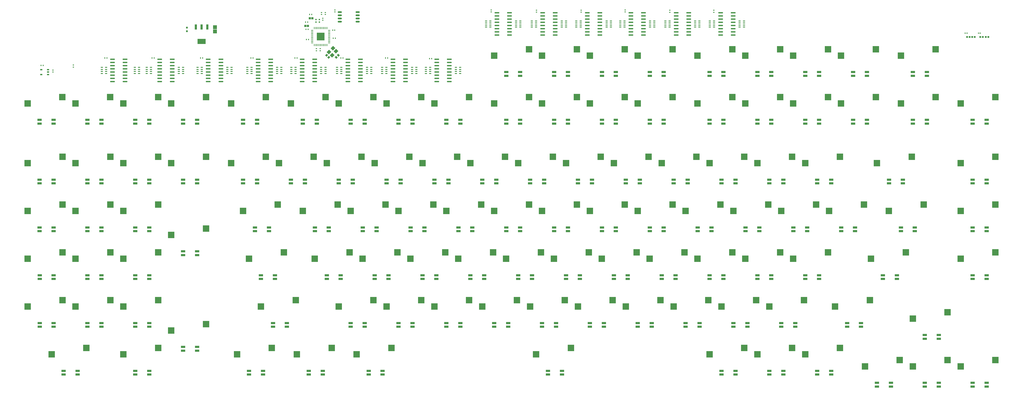
<source format=gbp>
G04*
G04 #@! TF.GenerationSoftware,Altium Limited,Altium Designer,23.5.1 (21)*
G04*
G04 Layer_Color=128*
%FSLAX25Y25*%
%MOIN*%
G70*
G04*
G04 #@! TF.SameCoordinates,508BA793-0958-4452-B0AF-20FDD5A17331*
G04*
G04*
G04 #@! TF.FilePolarity,Positive*
G04*
G01*
G75*
%ADD15R,0.01575X0.01968*%
%ADD45R,0.10039X0.09843*%
%ADD46R,0.10039X0.09843*%
%ADD47R,0.07087X0.03228*%
%ADD48O,0.00787X0.03543*%
G04:AMPARAMS|DCode=49|XSize=74.98mil|YSize=22.36mil|CornerRadius=11.18mil|HoleSize=0mil|Usage=FLASHONLY|Rotation=180.000|XOffset=0mil|YOffset=0mil|HoleType=Round|Shape=RoundedRectangle|*
%AMROUNDEDRECTD49*
21,1,0.07498,0.00000,0,0,180.0*
21,1,0.05262,0.02236,0,0,180.0*
1,1,0.02236,-0.02631,0.00000*
1,1,0.02236,0.02631,0.00000*
1,1,0.02236,0.02631,0.00000*
1,1,0.02236,-0.02631,0.00000*
%
%ADD49ROUNDEDRECTD49*%
%ADD50R,0.07498X0.02236*%
%ADD51R,0.02362X0.01968*%
%ADD52R,0.01968X0.01575*%
%ADD53R,0.03260X0.03174*%
%ADD54R,0.02182X0.01822*%
%ADD55R,0.02559X0.02559*%
%ADD56R,0.03543X0.01673*%
%ADD57R,0.12795X0.08465*%
%ADD58R,0.03740X0.08465*%
%ADD59R,0.06127X0.06213*%
G04:AMPARAMS|DCode=60|XSize=29.92mil|YSize=26mil|CornerRadius=3.25mil|HoleSize=0mil|Usage=FLASHONLY|Rotation=180.000|XOffset=0mil|YOffset=0mil|HoleType=Round|Shape=RoundedRectangle|*
%AMROUNDEDRECTD60*
21,1,0.02992,0.01950,0,0,180.0*
21,1,0.02342,0.02600,0,0,180.0*
1,1,0.00650,-0.01171,0.00975*
1,1,0.00650,0.01171,0.00975*
1,1,0.00650,0.01171,-0.00975*
1,1,0.00650,-0.01171,-0.00975*
%
%ADD60ROUNDEDRECTD60*%
G04:AMPARAMS|DCode=61|XSize=33.47mil|YSize=29.53mil|CornerRadius=0mil|HoleSize=0mil|Usage=FLASHONLY|Rotation=315.000|XOffset=0mil|YOffset=0mil|HoleType=Round|Shape=Rectangle|*
%AMROTATEDRECTD61*
4,1,4,-0.02227,0.00139,-0.00139,0.02227,0.02227,-0.00139,0.00139,-0.02227,-0.02227,0.00139,0.0*
%
%ADD61ROTATEDRECTD61*%

%ADD62O,0.06693X0.02362*%
%ADD63R,0.12205X0.12205*%
%ADD64O,0.03543X0.00787*%
G04:AMPARAMS|DCode=65|XSize=55.12mil|YSize=47.24mil|CornerRadius=0mil|HoleSize=0mil|Usage=FLASHONLY|Rotation=225.000|XOffset=0mil|YOffset=0mil|HoleType=Round|Shape=Rectangle|*
%AMROTATEDRECTD65*
4,1,4,0.00278,0.03619,0.03619,0.00278,-0.00278,-0.03619,-0.03619,-0.00278,0.00278,0.03619,0.0*
%
%ADD65ROTATEDRECTD65*%

G04:AMPARAMS|DCode=66|XSize=33.47mil|YSize=29.53mil|CornerRadius=0mil|HoleSize=0mil|Usage=FLASHONLY|Rotation=45.000|XOffset=0mil|YOffset=0mil|HoleType=Round|Shape=Rectangle|*
%AMROTATEDRECTD66*
4,1,4,-0.00139,-0.02227,-0.02227,-0.00139,0.00139,0.02227,0.02227,0.00139,-0.00139,-0.02227,0.0*
%
%ADD66ROTATEDRECTD66*%

%ADD67R,0.03740X0.02362*%
D15*
X376425Y550000D02*
D03*
X379575D02*
D03*
X465244Y606294D02*
D03*
X462094D02*
D03*
X504701Y593902D02*
D03*
X507850D02*
D03*
X508575Y581000D02*
D03*
X505425D02*
D03*
X465911Y595238D02*
D03*
X462761D02*
D03*
X466575Y579000D02*
D03*
X463425D02*
D03*
X471669Y618294D02*
D03*
X468520D02*
D03*
X300575Y550000D02*
D03*
X297425D02*
D03*
X47403Y538523D02*
D03*
X50552D02*
D03*
X659575Y549000D02*
D03*
X656425D02*
D03*
X590575Y550000D02*
D03*
X587425D02*
D03*
X520575Y550000D02*
D03*
X517425D02*
D03*
X448575Y550000D02*
D03*
X445425D02*
D03*
X224575D02*
D03*
X221425D02*
D03*
X150575D02*
D03*
X147425D02*
D03*
D45*
X345236Y385000D02*
D03*
X457736Y310000D02*
D03*
X63986Y85000D02*
D03*
X757736Y310000D02*
D03*
X1488986Y478750D02*
D03*
Y385000D02*
D03*
Y310000D02*
D03*
Y235000D02*
D03*
Y66250D02*
D03*
X1413986D02*
D03*
X1338986D02*
D03*
X1413986Y141250D02*
D03*
X1357736Y385000D02*
D03*
X1348361Y235000D02*
D03*
X1292111Y160000D02*
D03*
X1376486Y310000D02*
D03*
X1245236Y85000D02*
D03*
X823361D02*
D03*
X1095236D02*
D03*
X1170236D02*
D03*
X1226486Y478750D02*
D03*
X1395236D02*
D03*
Y553750D02*
D03*
X1301486Y478750D02*
D03*
X1076486Y553750D02*
D03*
X1301486D02*
D03*
X1226486D02*
D03*
X1151486D02*
D03*
X1038986Y160000D02*
D03*
X963986D02*
D03*
X1188986D02*
D03*
X1113986D02*
D03*
X1151486Y478750D02*
D03*
X1076486D02*
D03*
X888986Y160000D02*
D03*
X982736Y553750D02*
D03*
Y310000D02*
D03*
X1076486Y235000D02*
D03*
X1151486D02*
D03*
X907736Y310000D02*
D03*
X851486Y235000D02*
D03*
X926486D02*
D03*
X1001486D02*
D03*
X1226486D02*
D03*
X757736Y553750D02*
D03*
X907736D02*
D03*
X1057736Y310000D02*
D03*
X832736Y553750D02*
D03*
X1245236Y385000D02*
D03*
X1132736Y310000D02*
D03*
X1207736D02*
D03*
X1282736D02*
D03*
X945236Y385000D02*
D03*
X1095236D02*
D03*
X1170236D02*
D03*
X1020236D02*
D03*
X982736Y478750D02*
D03*
X757736D02*
D03*
X907736D02*
D03*
X832736D02*
D03*
X663986D02*
D03*
X513986D02*
D03*
X588986D02*
D03*
X438986D02*
D03*
X645236Y385000D02*
D03*
X720236D02*
D03*
X795236D02*
D03*
X870236D02*
D03*
X607736Y310000D02*
D03*
X532736D02*
D03*
X682736D02*
D03*
X420236Y385000D02*
D03*
X495236D02*
D03*
X832736Y310000D02*
D03*
X570236Y385000D02*
D03*
X738986Y160000D02*
D03*
X663986D02*
D03*
X588986D02*
D03*
X813986D02*
D03*
X626486Y235000D02*
D03*
X776486D02*
D03*
X701486D02*
D03*
X551486D02*
D03*
X542111Y85000D02*
D03*
X513986Y160000D02*
D03*
X373361Y235000D02*
D03*
X345236Y478750D02*
D03*
X476486Y235000D02*
D03*
X363986Y310000D02*
D03*
X251486Y385000D02*
D03*
X176486Y85000D02*
D03*
X251486Y478750D02*
D03*
X392111Y160000D02*
D03*
X251486Y122500D02*
D03*
X354611Y85000D02*
D03*
X448361D02*
D03*
X26486Y235000D02*
D03*
X101486D02*
D03*
X176486D02*
D03*
Y310000D02*
D03*
Y160000D02*
D03*
X26486D02*
D03*
X101486D02*
D03*
X251486Y272500D02*
D03*
X101236Y478750D02*
D03*
X26486Y310000D02*
D03*
X101486D02*
D03*
X26236Y478750D02*
D03*
X176486Y385000D02*
D03*
X26486D02*
D03*
X101486D02*
D03*
X176486Y478750D02*
D03*
D46*
X399764Y395000D02*
D03*
X512264Y320000D02*
D03*
X118514Y95000D02*
D03*
X812264Y320000D02*
D03*
X1543514Y488750D02*
D03*
Y395000D02*
D03*
Y320000D02*
D03*
Y245000D02*
D03*
Y76250D02*
D03*
X1468514D02*
D03*
X1393514D02*
D03*
X1468514Y151250D02*
D03*
X1412264Y395000D02*
D03*
X1402889Y245000D02*
D03*
X1346639Y170000D02*
D03*
X1431014Y320000D02*
D03*
X1299764Y95000D02*
D03*
X877889D02*
D03*
X1149764D02*
D03*
X1224764D02*
D03*
X1281014Y488750D02*
D03*
X1449764D02*
D03*
Y563750D02*
D03*
X1356014Y488750D02*
D03*
X1131014Y563750D02*
D03*
X1356014D02*
D03*
X1281014D02*
D03*
X1206014D02*
D03*
X1093514Y170000D02*
D03*
X1018514D02*
D03*
X1243514D02*
D03*
X1168514D02*
D03*
X1206014Y488750D02*
D03*
X1131014D02*
D03*
X943514Y170000D02*
D03*
X1037264Y563750D02*
D03*
Y320000D02*
D03*
X1131014Y245000D02*
D03*
X1206014D02*
D03*
X962264Y320000D02*
D03*
X906014Y245000D02*
D03*
X981014D02*
D03*
X1056014D02*
D03*
X1281014D02*
D03*
X812264Y563750D02*
D03*
X962264D02*
D03*
X1112264Y320000D02*
D03*
X887264Y563750D02*
D03*
X1299764Y395000D02*
D03*
X1187264Y320000D02*
D03*
X1262264D02*
D03*
X1337264D02*
D03*
X999764Y395000D02*
D03*
X1149764D02*
D03*
X1224764D02*
D03*
X1074764D02*
D03*
X1037264Y488750D02*
D03*
X812264D02*
D03*
X962264D02*
D03*
X887264D02*
D03*
X718514D02*
D03*
X568514D02*
D03*
X643514D02*
D03*
X493514D02*
D03*
X699764Y395000D02*
D03*
X774764D02*
D03*
X849764D02*
D03*
X924764D02*
D03*
X662264Y320000D02*
D03*
X587264D02*
D03*
X737264D02*
D03*
X474764Y395000D02*
D03*
X549764D02*
D03*
X887264Y320000D02*
D03*
X624764Y395000D02*
D03*
X793514Y170000D02*
D03*
X718514D02*
D03*
X643514D02*
D03*
X868514D02*
D03*
X681014Y245000D02*
D03*
X831014D02*
D03*
X756014D02*
D03*
X606014D02*
D03*
X596639Y95000D02*
D03*
X568514Y170000D02*
D03*
X427889Y245000D02*
D03*
X399764Y488750D02*
D03*
X531014Y245000D02*
D03*
X418514Y320000D02*
D03*
X306014Y395000D02*
D03*
X231014Y95000D02*
D03*
X306014Y488750D02*
D03*
X446639Y170000D02*
D03*
X306014Y132500D02*
D03*
X409139Y95000D02*
D03*
X502889D02*
D03*
X81014Y245000D02*
D03*
X156014D02*
D03*
X231014D02*
D03*
Y320000D02*
D03*
Y170000D02*
D03*
X81014D02*
D03*
X156014D02*
D03*
X306014Y282500D02*
D03*
X155764Y488750D02*
D03*
X81014Y320000D02*
D03*
X156014D02*
D03*
X80764Y488750D02*
D03*
X231014Y395000D02*
D03*
X81014D02*
D03*
X156014D02*
D03*
X231014Y488750D02*
D03*
D47*
X1529691Y452953D02*
D03*
X1507809Y447047D02*
D03*
Y452953D02*
D03*
X1529691Y447047D02*
D03*
X1432809Y109547D02*
D03*
X1454691Y115453D02*
D03*
Y109547D02*
D03*
X1432809Y115453D02*
D03*
X1507809Y34547D02*
D03*
X1529691Y40453D02*
D03*
Y34547D02*
D03*
X1507809Y40453D02*
D03*
X1432809Y34547D02*
D03*
X1454691Y40453D02*
D03*
Y34547D02*
D03*
X1432809Y40453D02*
D03*
X1357809Y34547D02*
D03*
X1379691Y40453D02*
D03*
Y34547D02*
D03*
X1357809Y40453D02*
D03*
X1264059Y53297D02*
D03*
X1285941Y59203D02*
D03*
Y53297D02*
D03*
X1264059Y59203D02*
D03*
X1189059Y53297D02*
D03*
X1210941Y59203D02*
D03*
Y53297D02*
D03*
X1189059Y59203D02*
D03*
X1114059Y53297D02*
D03*
X1135941Y59203D02*
D03*
Y53297D02*
D03*
X1114059Y59203D02*
D03*
X842184Y53297D02*
D03*
X864066Y59203D02*
D03*
Y53297D02*
D03*
X842184Y59203D02*
D03*
X560934Y53297D02*
D03*
X582816Y59203D02*
D03*
Y53297D02*
D03*
X560934Y59203D02*
D03*
X467184Y53297D02*
D03*
X489066Y59203D02*
D03*
Y53297D02*
D03*
X467184Y59203D02*
D03*
X373434Y53297D02*
D03*
X395316Y59203D02*
D03*
Y53297D02*
D03*
X373434Y59203D02*
D03*
X195059Y53297D02*
D03*
X216941Y59203D02*
D03*
Y53297D02*
D03*
X195059Y59203D02*
D03*
X82809Y53297D02*
D03*
X104691Y59203D02*
D03*
Y53297D02*
D03*
X82809Y59203D02*
D03*
X67191Y134203D02*
D03*
X45309Y128297D02*
D03*
Y134203D02*
D03*
X67191Y128297D02*
D03*
X141941Y134203D02*
D03*
X120059Y128297D02*
D03*
Y134203D02*
D03*
X141941Y128297D02*
D03*
X216941Y134203D02*
D03*
X195059Y128297D02*
D03*
Y134203D02*
D03*
X216941Y128297D02*
D03*
X291941Y96703D02*
D03*
X270059Y90797D02*
D03*
Y96703D02*
D03*
X291941Y90797D02*
D03*
X432816Y134203D02*
D03*
X410934Y128297D02*
D03*
Y134203D02*
D03*
X432816Y128297D02*
D03*
X554691Y134203D02*
D03*
X532809Y128297D02*
D03*
Y134203D02*
D03*
X554691Y128297D02*
D03*
X629691Y134203D02*
D03*
X607809Y128297D02*
D03*
Y134203D02*
D03*
X629691Y128297D02*
D03*
X704691Y134203D02*
D03*
X682809Y128297D02*
D03*
Y134203D02*
D03*
X704691Y128297D02*
D03*
X779691Y134203D02*
D03*
X757809Y128297D02*
D03*
Y134203D02*
D03*
X779691Y128297D02*
D03*
X854691Y134203D02*
D03*
X832809Y128297D02*
D03*
Y134203D02*
D03*
X854691Y128297D02*
D03*
X929691Y134203D02*
D03*
X907809Y128297D02*
D03*
Y134203D02*
D03*
X929691Y128297D02*
D03*
X1004691Y134203D02*
D03*
X982809Y128297D02*
D03*
Y134203D02*
D03*
X1004691Y128297D02*
D03*
X1079691Y134203D02*
D03*
X1057809Y128297D02*
D03*
Y134203D02*
D03*
X1079691Y128297D02*
D03*
X1154691Y134203D02*
D03*
X1132809Y128297D02*
D03*
Y134203D02*
D03*
X1154691Y128297D02*
D03*
X1229691Y134203D02*
D03*
X1207809Y128297D02*
D03*
Y134203D02*
D03*
X1229691Y128297D02*
D03*
X1332816Y134203D02*
D03*
X1310934Y128297D02*
D03*
Y134203D02*
D03*
X1332816Y128297D02*
D03*
X1507809Y203297D02*
D03*
X1529691Y209203D02*
D03*
Y203297D02*
D03*
X1507809Y209203D02*
D03*
X1367184Y203297D02*
D03*
X1389066Y209203D02*
D03*
Y203297D02*
D03*
X1367184Y209203D02*
D03*
X1245309Y203297D02*
D03*
X1267191Y209203D02*
D03*
Y203297D02*
D03*
X1245309Y209203D02*
D03*
X1170309Y203297D02*
D03*
X1192191Y209203D02*
D03*
Y203297D02*
D03*
X1170309Y209203D02*
D03*
X1095309Y203297D02*
D03*
X1117191Y209203D02*
D03*
Y203297D02*
D03*
X1095309Y209203D02*
D03*
X1020309Y203297D02*
D03*
X1042191Y209203D02*
D03*
Y203297D02*
D03*
X1020309Y209203D02*
D03*
X945309Y203297D02*
D03*
X967191Y209203D02*
D03*
Y203297D02*
D03*
X945309Y209203D02*
D03*
X870309Y203297D02*
D03*
X892191Y209203D02*
D03*
Y203297D02*
D03*
X870309Y209203D02*
D03*
X795309Y203297D02*
D03*
X817191Y209203D02*
D03*
Y203297D02*
D03*
X795309Y209203D02*
D03*
X720309Y203297D02*
D03*
X742191Y209203D02*
D03*
Y203297D02*
D03*
X720309Y209203D02*
D03*
X645309Y203297D02*
D03*
X667191Y209203D02*
D03*
Y203297D02*
D03*
X645309Y209203D02*
D03*
X570309Y203297D02*
D03*
X592191Y209203D02*
D03*
Y203297D02*
D03*
X570309Y209203D02*
D03*
X495309Y203297D02*
D03*
X517191Y209203D02*
D03*
Y203297D02*
D03*
X495309Y209203D02*
D03*
X392184Y203297D02*
D03*
X414066Y209203D02*
D03*
Y203297D02*
D03*
X392184Y209203D02*
D03*
X195059Y203297D02*
D03*
X216941Y209203D02*
D03*
Y203297D02*
D03*
X195059Y209203D02*
D03*
X120059Y203317D02*
D03*
X141941Y209223D02*
D03*
Y203317D02*
D03*
X120059Y209223D02*
D03*
X45309Y203297D02*
D03*
X67191Y209203D02*
D03*
Y203297D02*
D03*
X45309Y209203D02*
D03*
X66941Y284203D02*
D03*
X45059Y278297D02*
D03*
Y284203D02*
D03*
X66941Y278297D02*
D03*
X141941Y284203D02*
D03*
X120059Y278297D02*
D03*
Y284203D02*
D03*
X141941Y278297D02*
D03*
X216941Y284203D02*
D03*
X195059Y278297D02*
D03*
Y284203D02*
D03*
X216941Y278297D02*
D03*
X291941Y246703D02*
D03*
X270059Y240797D02*
D03*
Y246703D02*
D03*
X291941Y240797D02*
D03*
X404691Y284203D02*
D03*
X382809Y278297D02*
D03*
Y284203D02*
D03*
X404691Y278297D02*
D03*
X498441Y284203D02*
D03*
X476559Y278297D02*
D03*
Y284203D02*
D03*
X498441Y278297D02*
D03*
X573441Y284203D02*
D03*
X551559Y278297D02*
D03*
Y284203D02*
D03*
X573441Y278297D02*
D03*
X648441Y284203D02*
D03*
X626559Y278297D02*
D03*
Y284203D02*
D03*
X648441Y278297D02*
D03*
X723441Y284203D02*
D03*
X701559Y278297D02*
D03*
Y284203D02*
D03*
X723441Y278297D02*
D03*
X798441Y284203D02*
D03*
X776559Y278297D02*
D03*
Y284203D02*
D03*
X798441Y278297D02*
D03*
X873441Y284203D02*
D03*
X851559Y278297D02*
D03*
Y284203D02*
D03*
X873441Y278297D02*
D03*
X948441Y284203D02*
D03*
X926559Y278297D02*
D03*
Y284203D02*
D03*
X948441Y278297D02*
D03*
X1023441Y284203D02*
D03*
X1001559Y278297D02*
D03*
Y284203D02*
D03*
X1023441Y278297D02*
D03*
X1098441Y284203D02*
D03*
X1076559Y278297D02*
D03*
Y284203D02*
D03*
X1098441Y278297D02*
D03*
X1173441Y284203D02*
D03*
X1151559Y278297D02*
D03*
Y284203D02*
D03*
X1173441Y278297D02*
D03*
X1248441Y284203D02*
D03*
X1226559Y278297D02*
D03*
Y284203D02*
D03*
X1248441Y278297D02*
D03*
X1323441Y284203D02*
D03*
X1301559Y278297D02*
D03*
Y284203D02*
D03*
X1323441Y278297D02*
D03*
X1417191Y284203D02*
D03*
X1395309Y278297D02*
D03*
Y284203D02*
D03*
X1417191Y278297D02*
D03*
X1529691Y284203D02*
D03*
X1507809Y278297D02*
D03*
Y284203D02*
D03*
X1529691Y278297D02*
D03*
X1507809Y353297D02*
D03*
X1529691Y359203D02*
D03*
Y353297D02*
D03*
X1507809Y359203D02*
D03*
X1376559Y353297D02*
D03*
X1398441Y359203D02*
D03*
Y353297D02*
D03*
X1376559Y359203D02*
D03*
X1264059Y353297D02*
D03*
X1285941Y359203D02*
D03*
Y353297D02*
D03*
X1264059Y359203D02*
D03*
X1189059Y353297D02*
D03*
X1210941Y359203D02*
D03*
Y353297D02*
D03*
X1189059Y359203D02*
D03*
X1114059Y353297D02*
D03*
X1135941Y359203D02*
D03*
Y353297D02*
D03*
X1114059Y359203D02*
D03*
X1039059Y353297D02*
D03*
X1060941Y359203D02*
D03*
Y353297D02*
D03*
X1039059Y359203D02*
D03*
X964059Y353297D02*
D03*
X985941Y359203D02*
D03*
Y353297D02*
D03*
X964059Y359203D02*
D03*
X889059Y353297D02*
D03*
X910941Y359203D02*
D03*
Y353297D02*
D03*
X889059Y359203D02*
D03*
X814059Y353297D02*
D03*
X835941Y359203D02*
D03*
Y353297D02*
D03*
X814059Y359203D02*
D03*
X739059Y353297D02*
D03*
X760941Y359203D02*
D03*
Y353297D02*
D03*
X739059Y359203D02*
D03*
X664059Y353297D02*
D03*
X685941Y359203D02*
D03*
Y353297D02*
D03*
X664059Y359203D02*
D03*
X589059Y353297D02*
D03*
X610941Y359203D02*
D03*
Y353297D02*
D03*
X589059Y359203D02*
D03*
X514059Y353297D02*
D03*
X535941Y359203D02*
D03*
Y353297D02*
D03*
X514059Y359203D02*
D03*
X439059Y353297D02*
D03*
X460941Y359203D02*
D03*
Y353297D02*
D03*
X439059Y359203D02*
D03*
X364059Y353297D02*
D03*
X385941Y359203D02*
D03*
Y353297D02*
D03*
X364059Y359203D02*
D03*
X270059Y353297D02*
D03*
X291941Y359203D02*
D03*
Y353297D02*
D03*
X270059Y359203D02*
D03*
X195059Y353297D02*
D03*
X216941Y359203D02*
D03*
Y353297D02*
D03*
X195059Y359203D02*
D03*
X120059Y353297D02*
D03*
X141941Y359203D02*
D03*
Y353297D02*
D03*
X120059Y359203D02*
D03*
X45059Y353297D02*
D03*
X66941Y359203D02*
D03*
Y353297D02*
D03*
X45059Y359203D02*
D03*
X66941Y452953D02*
D03*
X45059Y447047D02*
D03*
Y452953D02*
D03*
X66941Y447047D02*
D03*
X141941Y452953D02*
D03*
X120059Y447047D02*
D03*
Y452953D02*
D03*
X141941Y447047D02*
D03*
X216941Y452953D02*
D03*
X195059Y447047D02*
D03*
Y452953D02*
D03*
X216941Y447047D02*
D03*
X291941Y452953D02*
D03*
X270059Y447047D02*
D03*
Y452953D02*
D03*
X291941Y447047D02*
D03*
X385941Y452953D02*
D03*
X364059Y447047D02*
D03*
Y452953D02*
D03*
X385941Y447047D02*
D03*
X479691Y452953D02*
D03*
X457809Y447047D02*
D03*
Y452953D02*
D03*
X479691Y447047D02*
D03*
X554691Y452953D02*
D03*
X532809Y447047D02*
D03*
Y452953D02*
D03*
X554691Y447047D02*
D03*
X629691Y452953D02*
D03*
X607809Y447047D02*
D03*
Y452953D02*
D03*
X629691Y447047D02*
D03*
X704691Y452953D02*
D03*
X682809Y447047D02*
D03*
Y452953D02*
D03*
X704691Y447047D02*
D03*
X798441Y452953D02*
D03*
X776559Y447047D02*
D03*
Y452953D02*
D03*
X798441Y447047D02*
D03*
X873441Y452953D02*
D03*
X851559Y447047D02*
D03*
Y452953D02*
D03*
X873441Y447047D02*
D03*
X948441Y452953D02*
D03*
X926559Y447047D02*
D03*
Y452953D02*
D03*
X948441Y447047D02*
D03*
X1023441Y452953D02*
D03*
X1001559Y447047D02*
D03*
Y452953D02*
D03*
X1023441Y447047D02*
D03*
X1117191Y452953D02*
D03*
X1095309Y447047D02*
D03*
Y452953D02*
D03*
X1117191Y447047D02*
D03*
X1192191Y452953D02*
D03*
X1170309Y447047D02*
D03*
Y452953D02*
D03*
X1192191Y447047D02*
D03*
X1267191Y452953D02*
D03*
X1245309Y447047D02*
D03*
Y452953D02*
D03*
X1267191Y447047D02*
D03*
X1342191Y452953D02*
D03*
X1320309Y447047D02*
D03*
Y452953D02*
D03*
X1342191Y447047D02*
D03*
X1435941Y452953D02*
D03*
X1414059Y447047D02*
D03*
Y452953D02*
D03*
X1435941Y447047D02*
D03*
X1414059Y522047D02*
D03*
X1435941Y527953D02*
D03*
Y522047D02*
D03*
X1414059Y527953D02*
D03*
X1320309Y522047D02*
D03*
X1342191Y527953D02*
D03*
Y522047D02*
D03*
X1320309Y527953D02*
D03*
X1245309Y522047D02*
D03*
X1267191Y527953D02*
D03*
Y522047D02*
D03*
X1245309Y527953D02*
D03*
X1170309Y522047D02*
D03*
X1192191Y527953D02*
D03*
Y522047D02*
D03*
X1170309Y527953D02*
D03*
X1095309Y522047D02*
D03*
X1117191Y527953D02*
D03*
Y522047D02*
D03*
X1095309Y527953D02*
D03*
X1001559Y522047D02*
D03*
X1023441Y527953D02*
D03*
Y522047D02*
D03*
X1001559Y527953D02*
D03*
X926559Y522047D02*
D03*
X948441Y527953D02*
D03*
Y522047D02*
D03*
X926559Y527953D02*
D03*
X851559Y522047D02*
D03*
X873441Y527953D02*
D03*
Y522047D02*
D03*
X851559Y527953D02*
D03*
X776559Y522047D02*
D03*
X798441Y527953D02*
D03*
Y522047D02*
D03*
X776559Y527953D02*
D03*
D48*
X477008Y570382D02*
D03*
X475433D02*
D03*
X480157Y596957D02*
D03*
X481732D02*
D03*
X495905D02*
D03*
X494331D02*
D03*
X492756D02*
D03*
X491181D02*
D03*
X489606D02*
D03*
X488031D02*
D03*
X486457D02*
D03*
X484882D02*
D03*
X483307D02*
D03*
X478583D02*
D03*
X477008D02*
D03*
X475433D02*
D03*
X478583Y570382D02*
D03*
X480157D02*
D03*
X481732D02*
D03*
X483307D02*
D03*
X484882D02*
D03*
X486457D02*
D03*
X488031D02*
D03*
X489606D02*
D03*
X491181D02*
D03*
X492756D02*
D03*
X494331D02*
D03*
X495905D02*
D03*
D49*
X456584Y548041D02*
D03*
Y543041D02*
D03*
Y538041D02*
D03*
Y533041D02*
D03*
Y528041D02*
D03*
Y523041D02*
D03*
Y518041D02*
D03*
Y513041D02*
D03*
X476276D02*
D03*
Y518041D02*
D03*
Y523041D02*
D03*
Y528041D02*
D03*
Y533041D02*
D03*
Y538041D02*
D03*
Y543041D02*
D03*
X991849Y615955D02*
D03*
Y610955D02*
D03*
Y605955D02*
D03*
Y600955D02*
D03*
Y595955D02*
D03*
Y590955D02*
D03*
Y585955D02*
D03*
X972157D02*
D03*
Y590955D02*
D03*
Y595955D02*
D03*
Y600955D02*
D03*
Y605955D02*
D03*
Y610955D02*
D03*
Y615955D02*
D03*
Y620955D02*
D03*
X1132278Y615955D02*
D03*
Y610955D02*
D03*
Y605955D02*
D03*
Y600955D02*
D03*
Y595955D02*
D03*
Y590955D02*
D03*
Y585955D02*
D03*
X1112586D02*
D03*
Y590955D02*
D03*
Y595955D02*
D03*
Y600955D02*
D03*
Y605955D02*
D03*
Y610955D02*
D03*
Y615955D02*
D03*
Y620955D02*
D03*
X1062563Y615955D02*
D03*
Y610955D02*
D03*
Y605955D02*
D03*
Y600955D02*
D03*
Y595955D02*
D03*
Y590955D02*
D03*
Y585955D02*
D03*
X1042871D02*
D03*
Y590955D02*
D03*
Y595955D02*
D03*
Y600955D02*
D03*
Y605955D02*
D03*
Y610955D02*
D03*
Y615955D02*
D03*
Y620955D02*
D03*
X923394Y615955D02*
D03*
Y610955D02*
D03*
Y605955D02*
D03*
Y600955D02*
D03*
Y595955D02*
D03*
Y590955D02*
D03*
Y585955D02*
D03*
X903702D02*
D03*
Y590955D02*
D03*
Y595955D02*
D03*
Y600955D02*
D03*
Y605955D02*
D03*
Y610955D02*
D03*
Y615955D02*
D03*
Y620955D02*
D03*
X853420Y615955D02*
D03*
Y610955D02*
D03*
Y605955D02*
D03*
Y600955D02*
D03*
Y595955D02*
D03*
Y590955D02*
D03*
Y585955D02*
D03*
X833728D02*
D03*
Y590955D02*
D03*
Y595955D02*
D03*
Y600955D02*
D03*
Y605955D02*
D03*
Y610955D02*
D03*
Y615955D02*
D03*
Y620955D02*
D03*
X781705Y615955D02*
D03*
Y610955D02*
D03*
Y605955D02*
D03*
Y600955D02*
D03*
Y595955D02*
D03*
Y590955D02*
D03*
Y585955D02*
D03*
X762013D02*
D03*
Y590955D02*
D03*
Y595955D02*
D03*
Y600955D02*
D03*
Y605955D02*
D03*
Y610955D02*
D03*
Y615955D02*
D03*
Y620955D02*
D03*
X687419Y543041D02*
D03*
Y538041D02*
D03*
Y533041D02*
D03*
Y528041D02*
D03*
Y523041D02*
D03*
Y518041D02*
D03*
Y513041D02*
D03*
X667727D02*
D03*
Y518041D02*
D03*
Y523041D02*
D03*
Y528041D02*
D03*
Y533041D02*
D03*
Y538041D02*
D03*
Y543041D02*
D03*
Y548041D02*
D03*
X618705Y543041D02*
D03*
Y538041D02*
D03*
Y533041D02*
D03*
Y528041D02*
D03*
Y523041D02*
D03*
Y518041D02*
D03*
Y513041D02*
D03*
X599013D02*
D03*
Y518041D02*
D03*
Y523041D02*
D03*
Y528041D02*
D03*
Y533041D02*
D03*
Y538041D02*
D03*
Y543041D02*
D03*
Y548041D02*
D03*
X547990Y543041D02*
D03*
Y538041D02*
D03*
Y533041D02*
D03*
Y528041D02*
D03*
Y523041D02*
D03*
Y518041D02*
D03*
Y513041D02*
D03*
X528298D02*
D03*
Y518041D02*
D03*
Y523041D02*
D03*
Y528041D02*
D03*
Y533041D02*
D03*
Y538041D02*
D03*
Y543041D02*
D03*
Y548041D02*
D03*
X407247Y543041D02*
D03*
Y538041D02*
D03*
Y533041D02*
D03*
Y528041D02*
D03*
Y523041D02*
D03*
Y518041D02*
D03*
Y513041D02*
D03*
X387555D02*
D03*
Y518041D02*
D03*
Y523041D02*
D03*
Y528041D02*
D03*
Y533041D02*
D03*
Y538041D02*
D03*
Y543041D02*
D03*
Y548041D02*
D03*
X329218Y543041D02*
D03*
Y538041D02*
D03*
Y533041D02*
D03*
Y528041D02*
D03*
Y523041D02*
D03*
Y518041D02*
D03*
Y513041D02*
D03*
X309526D02*
D03*
Y518041D02*
D03*
Y523041D02*
D03*
Y528041D02*
D03*
Y533041D02*
D03*
Y538041D02*
D03*
Y543041D02*
D03*
Y548041D02*
D03*
X253190Y543041D02*
D03*
Y538041D02*
D03*
Y533041D02*
D03*
Y528041D02*
D03*
Y523041D02*
D03*
Y518041D02*
D03*
Y513041D02*
D03*
X233498D02*
D03*
Y518041D02*
D03*
Y523041D02*
D03*
Y528041D02*
D03*
Y533041D02*
D03*
Y538041D02*
D03*
Y543041D02*
D03*
Y548041D02*
D03*
X179096Y543250D02*
D03*
Y538250D02*
D03*
Y533250D02*
D03*
Y528250D02*
D03*
Y523250D02*
D03*
Y518250D02*
D03*
Y513250D02*
D03*
X159404D02*
D03*
Y518250D02*
D03*
Y523250D02*
D03*
Y528250D02*
D03*
Y533250D02*
D03*
Y538250D02*
D03*
Y543250D02*
D03*
Y548250D02*
D03*
D50*
X476276Y548041D02*
D03*
X991849Y620955D02*
D03*
X1132278D02*
D03*
X1062563D02*
D03*
X923394D02*
D03*
X853420D02*
D03*
X781705D02*
D03*
X687419Y548041D02*
D03*
X618705D02*
D03*
X547990D02*
D03*
X407247D02*
D03*
X329218D02*
D03*
X253190D02*
D03*
X179096Y548250D02*
D03*
D51*
X483587Y606495D02*
D03*
Y610431D02*
D03*
X478515Y606474D02*
D03*
Y610411D02*
D03*
D52*
X489000Y609425D02*
D03*
Y612575D02*
D03*
X485001Y564669D02*
D03*
Y561520D02*
D03*
X479173Y564669D02*
D03*
Y561519D02*
D03*
X493000Y621575D02*
D03*
Y618425D02*
D03*
X487000D02*
D03*
Y621575D02*
D03*
X508000Y625575D02*
D03*
Y622425D02*
D03*
X894000Y625150D02*
D03*
Y622000D02*
D03*
X98000Y539000D02*
D03*
Y535850D02*
D03*
X66000Y531150D02*
D03*
Y528000D02*
D03*
X1102000Y621850D02*
D03*
Y625000D02*
D03*
X1033000Y621850D02*
D03*
Y625000D02*
D03*
X963000Y622425D02*
D03*
Y625575D02*
D03*
X824000Y622000D02*
D03*
Y625150D02*
D03*
X753000Y622425D02*
D03*
Y625575D02*
D03*
D53*
X461744Y600294D02*
D03*
X465594D02*
D03*
X468744Y612294D02*
D03*
X472594D02*
D03*
D54*
X1496180Y588998D02*
D03*
X1498970D02*
D03*
X1519700Y589002D02*
D03*
X1516910D02*
D03*
D55*
X1510968Y583000D02*
D03*
X1507032D02*
D03*
X1499032D02*
D03*
X1502969D02*
D03*
X1519674Y583078D02*
D03*
X1523611D02*
D03*
X1528316Y583078D02*
D03*
X1532253D02*
D03*
D56*
X1072799Y608180D02*
D03*
X1072800Y605030D02*
D03*
Y601881D02*
D03*
Y598731D02*
D03*
X1079492D02*
D03*
Y601881D02*
D03*
Y605030D02*
D03*
Y608180D02*
D03*
X201173Y535266D02*
D03*
Y532116D02*
D03*
Y528966D02*
D03*
Y525817D02*
D03*
X194480D02*
D03*
Y528966D02*
D03*
Y532116D02*
D03*
X194480Y535266D02*
D03*
X1095657Y598731D02*
D03*
Y601881D02*
D03*
Y605030D02*
D03*
Y608180D02*
D03*
X1102350D02*
D03*
Y605030D02*
D03*
Y601881D02*
D03*
X1102350Y598731D02*
D03*
X1149207Y608180D02*
D03*
Y605030D02*
D03*
Y601881D02*
D03*
Y598731D02*
D03*
X1142514D02*
D03*
Y601881D02*
D03*
Y605030D02*
D03*
X1142514Y608180D02*
D03*
X1025943Y598731D02*
D03*
Y601881D02*
D03*
Y605030D02*
D03*
Y608180D02*
D03*
X1032635D02*
D03*
Y605030D02*
D03*
Y601881D02*
D03*
X1032636Y598731D02*
D03*
X955228D02*
D03*
Y601881D02*
D03*
Y605030D02*
D03*
Y608180D02*
D03*
X961921D02*
D03*
Y605030D02*
D03*
Y601881D02*
D03*
X961921Y598731D02*
D03*
X1008778Y608180D02*
D03*
Y605030D02*
D03*
Y601881D02*
D03*
Y598731D02*
D03*
X1002085D02*
D03*
Y601881D02*
D03*
Y605030D02*
D03*
X1002085Y608180D02*
D03*
X886514Y598731D02*
D03*
Y601881D02*
D03*
Y605030D02*
D03*
Y608180D02*
D03*
X893206D02*
D03*
Y605030D02*
D03*
Y601881D02*
D03*
X893207Y598731D02*
D03*
X940841Y608180D02*
D03*
Y605030D02*
D03*
Y601881D02*
D03*
Y598731D02*
D03*
X934148D02*
D03*
Y601881D02*
D03*
Y605030D02*
D03*
X934148Y608180D02*
D03*
X816799Y598731D02*
D03*
Y601881D02*
D03*
Y605030D02*
D03*
Y608180D02*
D03*
X823492D02*
D03*
Y605030D02*
D03*
Y601881D02*
D03*
X823492Y598731D02*
D03*
X870349Y608180D02*
D03*
Y605030D02*
D03*
Y601881D02*
D03*
Y598731D02*
D03*
X863656D02*
D03*
Y601881D02*
D03*
Y605030D02*
D03*
X863656Y608180D02*
D03*
X745085Y598731D02*
D03*
Y601881D02*
D03*
Y605030D02*
D03*
Y608180D02*
D03*
X751777D02*
D03*
Y605030D02*
D03*
Y601881D02*
D03*
X751778Y598731D02*
D03*
X798634Y608180D02*
D03*
Y605030D02*
D03*
Y601881D02*
D03*
Y598731D02*
D03*
X791942D02*
D03*
Y601881D02*
D03*
Y605030D02*
D03*
X791941Y608180D02*
D03*
X704348Y535266D02*
D03*
Y532116D02*
D03*
Y528966D02*
D03*
Y525817D02*
D03*
X697656D02*
D03*
Y528966D02*
D03*
Y532116D02*
D03*
X697655Y535266D02*
D03*
X650799Y525817D02*
D03*
Y528966D02*
D03*
Y532116D02*
D03*
Y535266D02*
D03*
X657491D02*
D03*
Y532116D02*
D03*
Y528966D02*
D03*
X657492Y525817D02*
D03*
X635634Y535266D02*
D03*
Y532116D02*
D03*
Y528966D02*
D03*
Y525817D02*
D03*
X628941D02*
D03*
Y528966D02*
D03*
Y532116D02*
D03*
X628941Y535266D02*
D03*
X582084Y525817D02*
D03*
Y528966D02*
D03*
Y532116D02*
D03*
Y535266D02*
D03*
X588777D02*
D03*
Y532116D02*
D03*
Y528966D02*
D03*
X588777Y525817D02*
D03*
X558226Y535266D02*
D03*
X558227Y532116D02*
D03*
Y528966D02*
D03*
Y525817D02*
D03*
X564919D02*
D03*
Y528966D02*
D03*
Y532116D02*
D03*
Y535266D02*
D03*
X511370Y525817D02*
D03*
Y528966D02*
D03*
Y532116D02*
D03*
Y535266D02*
D03*
X518062D02*
D03*
Y532116D02*
D03*
Y528966D02*
D03*
X518063Y525817D02*
D03*
X493205Y535266D02*
D03*
Y532116D02*
D03*
Y528966D02*
D03*
Y525817D02*
D03*
X486512D02*
D03*
Y528966D02*
D03*
Y532116D02*
D03*
X486512Y535266D02*
D03*
X439655Y525817D02*
D03*
Y528966D02*
D03*
Y532116D02*
D03*
Y535266D02*
D03*
X446348D02*
D03*
Y532116D02*
D03*
Y528966D02*
D03*
X446348Y525817D02*
D03*
X370626D02*
D03*
Y528966D02*
D03*
Y532116D02*
D03*
Y535266D02*
D03*
X377319D02*
D03*
Y532116D02*
D03*
Y528966D02*
D03*
X377319Y525817D02*
D03*
X424176Y535266D02*
D03*
Y532116D02*
D03*
Y528966D02*
D03*
Y525817D02*
D03*
X417483D02*
D03*
Y528966D02*
D03*
Y532116D02*
D03*
X417483Y535266D02*
D03*
X346147D02*
D03*
Y532116D02*
D03*
Y528966D02*
D03*
Y525817D02*
D03*
X339454D02*
D03*
Y528966D02*
D03*
Y532116D02*
D03*
X339454Y535266D02*
D03*
X292597Y525817D02*
D03*
Y528966D02*
D03*
Y532116D02*
D03*
Y535266D02*
D03*
X299290D02*
D03*
Y532116D02*
D03*
Y528966D02*
D03*
X299291Y525817D02*
D03*
X270119Y535266D02*
D03*
Y532116D02*
D03*
Y528966D02*
D03*
Y525817D02*
D03*
X263426D02*
D03*
Y528966D02*
D03*
Y532116D02*
D03*
X263425Y535266D02*
D03*
X212974Y525817D02*
D03*
Y528966D02*
D03*
Y532116D02*
D03*
Y535266D02*
D03*
X219667D02*
D03*
Y532116D02*
D03*
Y528966D02*
D03*
X219667Y525817D02*
D03*
X149233D02*
D03*
X149233Y528966D02*
D03*
Y532116D02*
D03*
Y535266D02*
D03*
X142540D02*
D03*
Y532116D02*
D03*
Y528966D02*
D03*
Y525817D02*
D03*
D57*
X299000Y576000D02*
D03*
D58*
X308055Y598835D02*
D03*
X299000D02*
D03*
X289945D02*
D03*
D59*
X320067Y591598D02*
D03*
Y598402D02*
D03*
D60*
X276000Y597756D02*
D03*
Y592244D02*
D03*
D61*
X513409Y554409D02*
D03*
X509929Y550929D02*
D03*
D62*
X543646Y622169D02*
D03*
Y617169D02*
D03*
Y612169D02*
D03*
Y607169D02*
D03*
X515693Y622169D02*
D03*
Y617169D02*
D03*
Y612169D02*
D03*
Y607169D02*
D03*
D63*
X485669Y583669D02*
D03*
D64*
X472382Y593905D02*
D03*
Y592331D02*
D03*
Y590756D02*
D03*
Y589181D02*
D03*
Y587606D02*
D03*
Y586031D02*
D03*
Y584457D02*
D03*
Y582882D02*
D03*
Y581307D02*
D03*
Y579732D02*
D03*
Y578157D02*
D03*
Y576583D02*
D03*
Y575008D02*
D03*
Y573433D02*
D03*
X498957D02*
D03*
Y575008D02*
D03*
Y576583D02*
D03*
Y578157D02*
D03*
Y579732D02*
D03*
Y581307D02*
D03*
Y582882D02*
D03*
Y584457D02*
D03*
Y586031D02*
D03*
Y587606D02*
D03*
Y589181D02*
D03*
Y590756D02*
D03*
Y592331D02*
D03*
Y593905D02*
D03*
D65*
X504937Y565402D02*
D03*
X498812Y559277D02*
D03*
X503545Y554545D02*
D03*
X509669Y560669D02*
D03*
D66*
X494929Y554409D02*
D03*
X498409Y550929D02*
D03*
D67*
X58413Y531740D02*
D03*
Y528000D02*
D03*
Y524260D02*
D03*
X47587D02*
D03*
Y531740D02*
D03*
M02*

</source>
